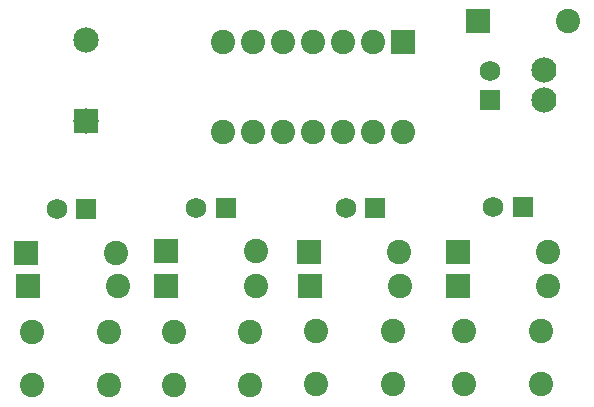
<source format=gbs>
G04 MADE WITH FRITZING*
G04 WWW.FRITZING.ORG*
G04 DOUBLE SIDED*
G04 HOLES PLATED*
G04 CONTOUR ON CENTER OF CONTOUR VECTOR*
%ASAXBY*%
%FSLAX23Y23*%
%MOIN*%
%OFA0B0*%
%SFA1.0B1.0*%
%ADD10C,0.081000*%
%ADD11C,0.068992*%
%ADD12C,0.084000*%
%ADD13C,0.084833*%
%ADD14R,0.081000X0.081000*%
%ADD15R,0.068992X0.068992*%
%ADD16R,0.084819X0.084847*%
%LNMASK0*%
G90*
G70*
G54D10*
X1346Y1238D03*
X1346Y938D03*
X1246Y1238D03*
X1246Y938D03*
X1146Y1238D03*
X1146Y938D03*
X1046Y1238D03*
X1046Y938D03*
X946Y1238D03*
X946Y938D03*
X846Y1238D03*
X846Y938D03*
X746Y1238D03*
X746Y938D03*
G54D11*
X1254Y684D03*
X1156Y684D03*
X758Y685D03*
X659Y685D03*
X292Y682D03*
X194Y682D03*
X1748Y687D03*
X1649Y687D03*
G54D10*
X839Y95D03*
X583Y95D03*
X839Y272D03*
X583Y272D03*
X1315Y97D03*
X1059Y97D03*
X1315Y275D03*
X1059Y275D03*
X1806Y97D03*
X1550Y97D03*
X1806Y274D03*
X1550Y274D03*
X367Y94D03*
X111Y94D03*
X367Y271D03*
X111Y271D03*
X1530Y538D03*
X1830Y538D03*
X1035Y537D03*
X1335Y537D03*
X558Y541D03*
X858Y541D03*
X1532Y423D03*
X1832Y423D03*
X1039Y423D03*
X1339Y423D03*
X559Y423D03*
X859Y423D03*
X96Y424D03*
X396Y424D03*
X92Y535D03*
X392Y535D03*
G54D12*
X1818Y1046D03*
X1818Y1146D03*
G54D11*
X1639Y1044D03*
X1639Y1142D03*
G54D10*
X1598Y1307D03*
X1898Y1307D03*
G54D13*
X291Y976D03*
X291Y1244D03*
G54D14*
X1346Y1238D03*
G54D15*
X1254Y684D03*
X758Y685D03*
X292Y682D03*
X1748Y687D03*
G54D14*
X1530Y538D03*
X1035Y537D03*
X558Y541D03*
X1532Y423D03*
X1039Y423D03*
X559Y423D03*
X96Y424D03*
X92Y535D03*
G54D15*
X1639Y1044D03*
G54D14*
X1598Y1307D03*
G54D16*
X291Y976D03*
G04 End of Mask0*
M02*
</source>
